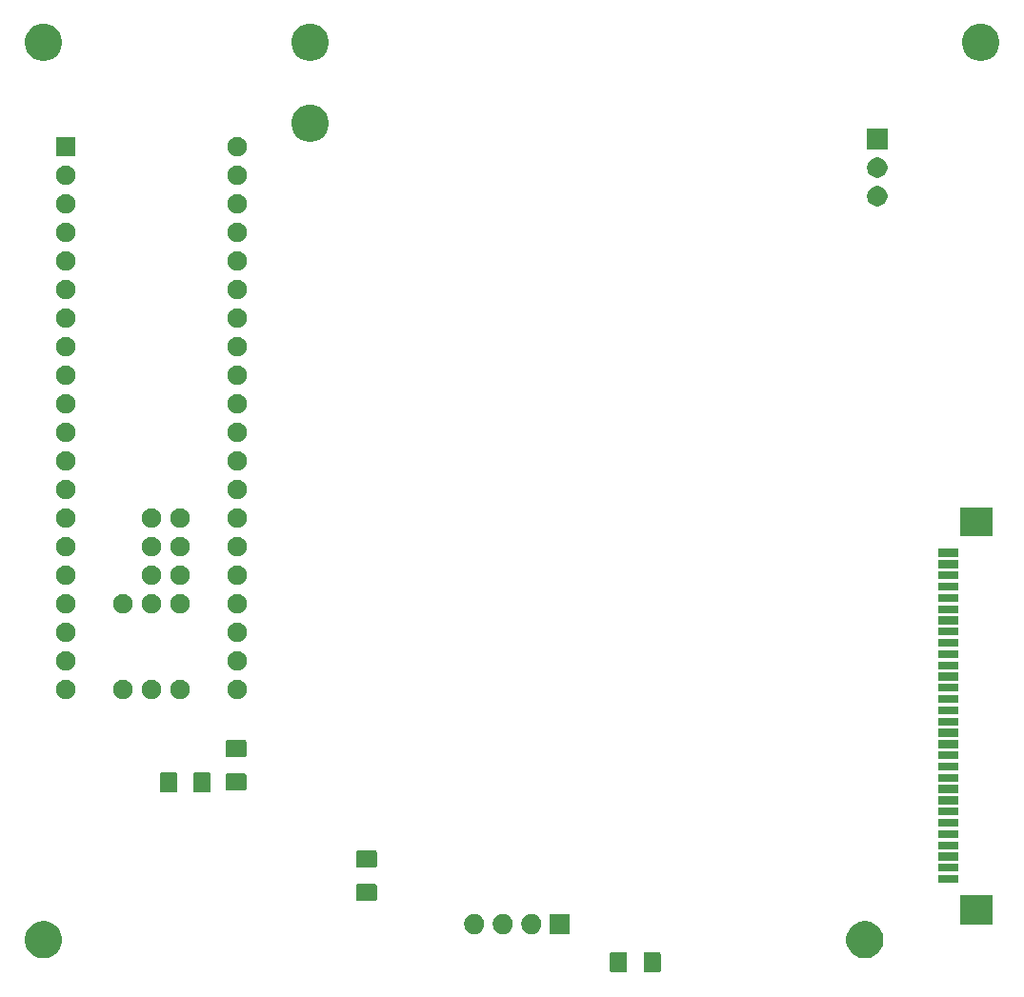
<source format=gbr>
G04 #@! TF.GenerationSoftware,KiCad,Pcbnew,(5.1.5)-3*
G04 #@! TF.CreationDate,2020-05-26T01:54:40-08:00*
G04 #@! TF.ProjectId,board,626f6172-642e-46b6-9963-61645f706362,rev?*
G04 #@! TF.SameCoordinates,Original*
G04 #@! TF.FileFunction,Soldermask,Top*
G04 #@! TF.FilePolarity,Negative*
%FSLAX46Y46*%
G04 Gerber Fmt 4.6, Leading zero omitted, Abs format (unit mm)*
G04 Created by KiCad (PCBNEW (5.1.5)-3) date 2020-05-26 01:54:40*
%MOMM*%
%LPD*%
G04 APERTURE LIST*
%ADD10C,0.100000*%
G04 APERTURE END LIST*
D10*
G36*
X172900562Y-137678181D02*
G01*
X172935481Y-137688774D01*
X172967663Y-137705976D01*
X172995873Y-137729127D01*
X173019024Y-137757337D01*
X173036226Y-137789519D01*
X173046819Y-137824438D01*
X173051000Y-137866895D01*
X173051000Y-139333105D01*
X173046819Y-139375562D01*
X173036226Y-139410481D01*
X173019024Y-139442663D01*
X172995873Y-139470873D01*
X172967663Y-139494024D01*
X172935481Y-139511226D01*
X172900562Y-139521819D01*
X172858105Y-139526000D01*
X171716895Y-139526000D01*
X171674438Y-139521819D01*
X171639519Y-139511226D01*
X171607337Y-139494024D01*
X171579127Y-139470873D01*
X171555976Y-139442663D01*
X171538774Y-139410481D01*
X171528181Y-139375562D01*
X171524000Y-139333105D01*
X171524000Y-137866895D01*
X171528181Y-137824438D01*
X171538774Y-137789519D01*
X171555976Y-137757337D01*
X171579127Y-137729127D01*
X171607337Y-137705976D01*
X171639519Y-137688774D01*
X171674438Y-137678181D01*
X171716895Y-137674000D01*
X172858105Y-137674000D01*
X172900562Y-137678181D01*
G37*
G36*
X169925562Y-137678181D02*
G01*
X169960481Y-137688774D01*
X169992663Y-137705976D01*
X170020873Y-137729127D01*
X170044024Y-137757337D01*
X170061226Y-137789519D01*
X170071819Y-137824438D01*
X170076000Y-137866895D01*
X170076000Y-139333105D01*
X170071819Y-139375562D01*
X170061226Y-139410481D01*
X170044024Y-139442663D01*
X170020873Y-139470873D01*
X169992663Y-139494024D01*
X169960481Y-139511226D01*
X169925562Y-139521819D01*
X169883105Y-139526000D01*
X168741895Y-139526000D01*
X168699438Y-139521819D01*
X168664519Y-139511226D01*
X168632337Y-139494024D01*
X168604127Y-139470873D01*
X168580976Y-139442663D01*
X168563774Y-139410481D01*
X168553181Y-139375562D01*
X168549000Y-139333105D01*
X168549000Y-137866895D01*
X168553181Y-137824438D01*
X168563774Y-137789519D01*
X168580976Y-137757337D01*
X168604127Y-137729127D01*
X168632337Y-137705976D01*
X168664519Y-137688774D01*
X168699438Y-137678181D01*
X168741895Y-137674000D01*
X169883105Y-137674000D01*
X169925562Y-137678181D01*
G37*
G36*
X118575256Y-134991298D02*
G01*
X118681579Y-135012447D01*
X118982042Y-135136903D01*
X119252451Y-135317585D01*
X119482415Y-135547549D01*
X119663097Y-135817958D01*
X119787553Y-136118421D01*
X119851000Y-136437391D01*
X119851000Y-136762609D01*
X119787553Y-137081579D01*
X119663097Y-137382042D01*
X119482415Y-137652451D01*
X119252451Y-137882415D01*
X118982042Y-138063097D01*
X118681579Y-138187553D01*
X118575256Y-138208702D01*
X118362611Y-138251000D01*
X118037389Y-138251000D01*
X117824744Y-138208702D01*
X117718421Y-138187553D01*
X117417958Y-138063097D01*
X117147549Y-137882415D01*
X116917585Y-137652451D01*
X116736903Y-137382042D01*
X116612447Y-137081579D01*
X116549000Y-136762609D01*
X116549000Y-136437391D01*
X116612447Y-136118421D01*
X116736903Y-135817958D01*
X116917585Y-135547549D01*
X117147549Y-135317585D01*
X117417958Y-135136903D01*
X117718421Y-135012447D01*
X117824744Y-134991298D01*
X118037389Y-134949000D01*
X118362611Y-134949000D01*
X118575256Y-134991298D01*
G37*
G36*
X191575256Y-134991298D02*
G01*
X191681579Y-135012447D01*
X191982042Y-135136903D01*
X192252451Y-135317585D01*
X192482415Y-135547549D01*
X192663097Y-135817958D01*
X192787553Y-136118421D01*
X192851000Y-136437391D01*
X192851000Y-136762609D01*
X192787553Y-137081579D01*
X192663097Y-137382042D01*
X192482415Y-137652451D01*
X192252451Y-137882415D01*
X191982042Y-138063097D01*
X191681579Y-138187553D01*
X191575256Y-138208702D01*
X191362611Y-138251000D01*
X191037389Y-138251000D01*
X190824744Y-138208702D01*
X190718421Y-138187553D01*
X190417958Y-138063097D01*
X190147549Y-137882415D01*
X189917585Y-137652451D01*
X189736903Y-137382042D01*
X189612447Y-137081579D01*
X189549000Y-136762609D01*
X189549000Y-136437391D01*
X189612447Y-136118421D01*
X189736903Y-135817958D01*
X189917585Y-135547549D01*
X190147549Y-135317585D01*
X190417958Y-135136903D01*
X190718421Y-135012447D01*
X190824744Y-134991298D01*
X191037389Y-134949000D01*
X191362611Y-134949000D01*
X191575256Y-134991298D01*
G37*
G36*
X161673512Y-134303927D02*
G01*
X161822812Y-134333624D01*
X161986784Y-134401544D01*
X162134354Y-134500147D01*
X162259853Y-134625646D01*
X162358456Y-134773216D01*
X162426376Y-134937188D01*
X162461000Y-135111259D01*
X162461000Y-135288741D01*
X162426376Y-135462812D01*
X162358456Y-135626784D01*
X162259853Y-135774354D01*
X162134354Y-135899853D01*
X161986784Y-135998456D01*
X161822812Y-136066376D01*
X161673512Y-136096073D01*
X161648742Y-136101000D01*
X161471258Y-136101000D01*
X161446488Y-136096073D01*
X161297188Y-136066376D01*
X161133216Y-135998456D01*
X160985646Y-135899853D01*
X160860147Y-135774354D01*
X160761544Y-135626784D01*
X160693624Y-135462812D01*
X160659000Y-135288741D01*
X160659000Y-135111259D01*
X160693624Y-134937188D01*
X160761544Y-134773216D01*
X160860147Y-134625646D01*
X160985646Y-134500147D01*
X161133216Y-134401544D01*
X161297188Y-134333624D01*
X161446488Y-134303927D01*
X161471258Y-134299000D01*
X161648742Y-134299000D01*
X161673512Y-134303927D01*
G37*
G36*
X165001000Y-136101000D02*
G01*
X163199000Y-136101000D01*
X163199000Y-134299000D01*
X165001000Y-134299000D01*
X165001000Y-136101000D01*
G37*
G36*
X159133512Y-134303927D02*
G01*
X159282812Y-134333624D01*
X159446784Y-134401544D01*
X159594354Y-134500147D01*
X159719853Y-134625646D01*
X159818456Y-134773216D01*
X159886376Y-134937188D01*
X159921000Y-135111259D01*
X159921000Y-135288741D01*
X159886376Y-135462812D01*
X159818456Y-135626784D01*
X159719853Y-135774354D01*
X159594354Y-135899853D01*
X159446784Y-135998456D01*
X159282812Y-136066376D01*
X159133512Y-136096073D01*
X159108742Y-136101000D01*
X158931258Y-136101000D01*
X158906488Y-136096073D01*
X158757188Y-136066376D01*
X158593216Y-135998456D01*
X158445646Y-135899853D01*
X158320147Y-135774354D01*
X158221544Y-135626784D01*
X158153624Y-135462812D01*
X158119000Y-135288741D01*
X158119000Y-135111259D01*
X158153624Y-134937188D01*
X158221544Y-134773216D01*
X158320147Y-134625646D01*
X158445646Y-134500147D01*
X158593216Y-134401544D01*
X158757188Y-134333624D01*
X158906488Y-134303927D01*
X158931258Y-134299000D01*
X159108742Y-134299000D01*
X159133512Y-134303927D01*
G37*
G36*
X156593512Y-134303927D02*
G01*
X156742812Y-134333624D01*
X156906784Y-134401544D01*
X157054354Y-134500147D01*
X157179853Y-134625646D01*
X157278456Y-134773216D01*
X157346376Y-134937188D01*
X157381000Y-135111259D01*
X157381000Y-135288741D01*
X157346376Y-135462812D01*
X157278456Y-135626784D01*
X157179853Y-135774354D01*
X157054354Y-135899853D01*
X156906784Y-135998456D01*
X156742812Y-136066376D01*
X156593512Y-136096073D01*
X156568742Y-136101000D01*
X156391258Y-136101000D01*
X156366488Y-136096073D01*
X156217188Y-136066376D01*
X156053216Y-135998456D01*
X155905646Y-135899853D01*
X155780147Y-135774354D01*
X155681544Y-135626784D01*
X155613624Y-135462812D01*
X155579000Y-135288741D01*
X155579000Y-135111259D01*
X155613624Y-134937188D01*
X155681544Y-134773216D01*
X155780147Y-134625646D01*
X155905646Y-134500147D01*
X156053216Y-134401544D01*
X156217188Y-134333624D01*
X156366488Y-134303927D01*
X156391258Y-134299000D01*
X156568742Y-134299000D01*
X156593512Y-134303927D01*
G37*
G36*
X202551000Y-135251000D02*
G01*
X199649000Y-135251000D01*
X199649000Y-132649000D01*
X202551000Y-132649000D01*
X202551000Y-135251000D01*
G37*
G36*
X147675562Y-131628181D02*
G01*
X147710481Y-131638774D01*
X147742663Y-131655976D01*
X147770873Y-131679127D01*
X147794024Y-131707337D01*
X147811226Y-131739519D01*
X147821819Y-131774438D01*
X147826000Y-131816895D01*
X147826000Y-132958105D01*
X147821819Y-133000562D01*
X147811226Y-133035481D01*
X147794024Y-133067663D01*
X147770873Y-133095873D01*
X147742663Y-133119024D01*
X147710481Y-133136226D01*
X147675562Y-133146819D01*
X147633105Y-133151000D01*
X146166895Y-133151000D01*
X146124438Y-133146819D01*
X146089519Y-133136226D01*
X146057337Y-133119024D01*
X146029127Y-133095873D01*
X146005976Y-133067663D01*
X145988774Y-133035481D01*
X145978181Y-133000562D01*
X145974000Y-132958105D01*
X145974000Y-131816895D01*
X145978181Y-131774438D01*
X145988774Y-131739519D01*
X146005976Y-131707337D01*
X146029127Y-131679127D01*
X146057337Y-131655976D01*
X146089519Y-131638774D01*
X146124438Y-131628181D01*
X146166895Y-131624000D01*
X147633105Y-131624000D01*
X147675562Y-131628181D01*
G37*
G36*
X199501000Y-131551000D02*
G01*
X197699000Y-131551000D01*
X197699000Y-130849000D01*
X199501000Y-130849000D01*
X199501000Y-131551000D01*
G37*
G36*
X199501000Y-130551000D02*
G01*
X197699000Y-130551000D01*
X197699000Y-129849000D01*
X199501000Y-129849000D01*
X199501000Y-130551000D01*
G37*
G36*
X147675562Y-128653181D02*
G01*
X147710481Y-128663774D01*
X147742663Y-128680976D01*
X147770873Y-128704127D01*
X147794024Y-128732337D01*
X147811226Y-128764519D01*
X147821819Y-128799438D01*
X147826000Y-128841895D01*
X147826000Y-129983105D01*
X147821819Y-130025562D01*
X147811226Y-130060481D01*
X147794024Y-130092663D01*
X147770873Y-130120873D01*
X147742663Y-130144024D01*
X147710481Y-130161226D01*
X147675562Y-130171819D01*
X147633105Y-130176000D01*
X146166895Y-130176000D01*
X146124438Y-130171819D01*
X146089519Y-130161226D01*
X146057337Y-130144024D01*
X146029127Y-130120873D01*
X146005976Y-130092663D01*
X145988774Y-130060481D01*
X145978181Y-130025562D01*
X145974000Y-129983105D01*
X145974000Y-128841895D01*
X145978181Y-128799438D01*
X145988774Y-128764519D01*
X146005976Y-128732337D01*
X146029127Y-128704127D01*
X146057337Y-128680976D01*
X146089519Y-128663774D01*
X146124438Y-128653181D01*
X146166895Y-128649000D01*
X147633105Y-128649000D01*
X147675562Y-128653181D01*
G37*
G36*
X199501000Y-129551000D02*
G01*
X197699000Y-129551000D01*
X197699000Y-128849000D01*
X199501000Y-128849000D01*
X199501000Y-129551000D01*
G37*
G36*
X199501000Y-128551000D02*
G01*
X197699000Y-128551000D01*
X197699000Y-127849000D01*
X199501000Y-127849000D01*
X199501000Y-128551000D01*
G37*
G36*
X199501000Y-127551000D02*
G01*
X197699000Y-127551000D01*
X197699000Y-126849000D01*
X199501000Y-126849000D01*
X199501000Y-127551000D01*
G37*
G36*
X199501000Y-126551000D02*
G01*
X197699000Y-126551000D01*
X197699000Y-125849000D01*
X199501000Y-125849000D01*
X199501000Y-126551000D01*
G37*
G36*
X199501000Y-125551000D02*
G01*
X197699000Y-125551000D01*
X197699000Y-124849000D01*
X199501000Y-124849000D01*
X199501000Y-125551000D01*
G37*
G36*
X199501000Y-124551000D02*
G01*
X197699000Y-124551000D01*
X197699000Y-123849000D01*
X199501000Y-123849000D01*
X199501000Y-124551000D01*
G37*
G36*
X199501000Y-123551000D02*
G01*
X197699000Y-123551000D01*
X197699000Y-122849000D01*
X199501000Y-122849000D01*
X199501000Y-123551000D01*
G37*
G36*
X132900562Y-121678181D02*
G01*
X132935481Y-121688774D01*
X132967663Y-121705976D01*
X132995873Y-121729127D01*
X133019024Y-121757337D01*
X133036226Y-121789519D01*
X133046819Y-121824438D01*
X133051000Y-121866895D01*
X133051000Y-123333105D01*
X133046819Y-123375562D01*
X133036226Y-123410481D01*
X133019024Y-123442663D01*
X132995873Y-123470873D01*
X132967663Y-123494024D01*
X132935481Y-123511226D01*
X132900562Y-123521819D01*
X132858105Y-123526000D01*
X131716895Y-123526000D01*
X131674438Y-123521819D01*
X131639519Y-123511226D01*
X131607337Y-123494024D01*
X131579127Y-123470873D01*
X131555976Y-123442663D01*
X131538774Y-123410481D01*
X131528181Y-123375562D01*
X131524000Y-123333105D01*
X131524000Y-121866895D01*
X131528181Y-121824438D01*
X131538774Y-121789519D01*
X131555976Y-121757337D01*
X131579127Y-121729127D01*
X131607337Y-121705976D01*
X131639519Y-121688774D01*
X131674438Y-121678181D01*
X131716895Y-121674000D01*
X132858105Y-121674000D01*
X132900562Y-121678181D01*
G37*
G36*
X129925562Y-121678181D02*
G01*
X129960481Y-121688774D01*
X129992663Y-121705976D01*
X130020873Y-121729127D01*
X130044024Y-121757337D01*
X130061226Y-121789519D01*
X130071819Y-121824438D01*
X130076000Y-121866895D01*
X130076000Y-123333105D01*
X130071819Y-123375562D01*
X130061226Y-123410481D01*
X130044024Y-123442663D01*
X130020873Y-123470873D01*
X129992663Y-123494024D01*
X129960481Y-123511226D01*
X129925562Y-123521819D01*
X129883105Y-123526000D01*
X128741895Y-123526000D01*
X128699438Y-123521819D01*
X128664519Y-123511226D01*
X128632337Y-123494024D01*
X128604127Y-123470873D01*
X128580976Y-123442663D01*
X128563774Y-123410481D01*
X128553181Y-123375562D01*
X128549000Y-123333105D01*
X128549000Y-121866895D01*
X128553181Y-121824438D01*
X128563774Y-121789519D01*
X128580976Y-121757337D01*
X128604127Y-121729127D01*
X128632337Y-121705976D01*
X128664519Y-121688774D01*
X128699438Y-121678181D01*
X128741895Y-121674000D01*
X129883105Y-121674000D01*
X129925562Y-121678181D01*
G37*
G36*
X136075562Y-121815681D02*
G01*
X136110481Y-121826274D01*
X136142663Y-121843476D01*
X136170873Y-121866627D01*
X136194024Y-121894837D01*
X136211226Y-121927019D01*
X136221819Y-121961938D01*
X136226000Y-122004395D01*
X136226000Y-123145605D01*
X136221819Y-123188062D01*
X136211226Y-123222981D01*
X136194024Y-123255163D01*
X136170873Y-123283373D01*
X136142663Y-123306524D01*
X136110481Y-123323726D01*
X136075562Y-123334319D01*
X136033105Y-123338500D01*
X134566895Y-123338500D01*
X134524438Y-123334319D01*
X134489519Y-123323726D01*
X134457337Y-123306524D01*
X134429127Y-123283373D01*
X134405976Y-123255163D01*
X134388774Y-123222981D01*
X134378181Y-123188062D01*
X134374000Y-123145605D01*
X134374000Y-122004395D01*
X134378181Y-121961938D01*
X134388774Y-121927019D01*
X134405976Y-121894837D01*
X134429127Y-121866627D01*
X134457337Y-121843476D01*
X134489519Y-121826274D01*
X134524438Y-121815681D01*
X134566895Y-121811500D01*
X136033105Y-121811500D01*
X136075562Y-121815681D01*
G37*
G36*
X199501000Y-122551000D02*
G01*
X197699000Y-122551000D01*
X197699000Y-121849000D01*
X199501000Y-121849000D01*
X199501000Y-122551000D01*
G37*
G36*
X199501000Y-121551000D02*
G01*
X197699000Y-121551000D01*
X197699000Y-120849000D01*
X199501000Y-120849000D01*
X199501000Y-121551000D01*
G37*
G36*
X199501000Y-120551000D02*
G01*
X197699000Y-120551000D01*
X197699000Y-119849000D01*
X199501000Y-119849000D01*
X199501000Y-120551000D01*
G37*
G36*
X136075562Y-118840681D02*
G01*
X136110481Y-118851274D01*
X136142663Y-118868476D01*
X136170873Y-118891627D01*
X136194024Y-118919837D01*
X136211226Y-118952019D01*
X136221819Y-118986938D01*
X136226000Y-119029395D01*
X136226000Y-120170605D01*
X136221819Y-120213062D01*
X136211226Y-120247981D01*
X136194024Y-120280163D01*
X136170873Y-120308373D01*
X136142663Y-120331524D01*
X136110481Y-120348726D01*
X136075562Y-120359319D01*
X136033105Y-120363500D01*
X134566895Y-120363500D01*
X134524438Y-120359319D01*
X134489519Y-120348726D01*
X134457337Y-120331524D01*
X134429127Y-120308373D01*
X134405976Y-120280163D01*
X134388774Y-120247981D01*
X134378181Y-120213062D01*
X134374000Y-120170605D01*
X134374000Y-119029395D01*
X134378181Y-118986938D01*
X134388774Y-118952019D01*
X134405976Y-118919837D01*
X134429127Y-118891627D01*
X134457337Y-118868476D01*
X134489519Y-118851274D01*
X134524438Y-118840681D01*
X134566895Y-118836500D01*
X136033105Y-118836500D01*
X136075562Y-118840681D01*
G37*
G36*
X199501000Y-119551000D02*
G01*
X197699000Y-119551000D01*
X197699000Y-118849000D01*
X199501000Y-118849000D01*
X199501000Y-119551000D01*
G37*
G36*
X199501000Y-118551000D02*
G01*
X197699000Y-118551000D01*
X197699000Y-117849000D01*
X199501000Y-117849000D01*
X199501000Y-118551000D01*
G37*
G36*
X199501000Y-117551000D02*
G01*
X197699000Y-117551000D01*
X197699000Y-116849000D01*
X199501000Y-116849000D01*
X199501000Y-117551000D01*
G37*
G36*
X199501000Y-116551000D02*
G01*
X197699000Y-116551000D01*
X197699000Y-115849000D01*
X199501000Y-115849000D01*
X199501000Y-116551000D01*
G37*
G36*
X199501000Y-115551000D02*
G01*
X197699000Y-115551000D01*
X197699000Y-114849000D01*
X199501000Y-114849000D01*
X199501000Y-115551000D01*
G37*
G36*
X125508228Y-113511703D02*
G01*
X125663100Y-113575853D01*
X125802481Y-113668985D01*
X125921015Y-113787519D01*
X126014147Y-113926900D01*
X126078297Y-114081772D01*
X126111000Y-114246184D01*
X126111000Y-114413816D01*
X126078297Y-114578228D01*
X126014147Y-114733100D01*
X125921015Y-114872481D01*
X125802481Y-114991015D01*
X125663100Y-115084147D01*
X125508228Y-115148297D01*
X125343816Y-115181000D01*
X125176184Y-115181000D01*
X125011772Y-115148297D01*
X124856900Y-115084147D01*
X124717519Y-114991015D01*
X124598985Y-114872481D01*
X124505853Y-114733100D01*
X124441703Y-114578228D01*
X124409000Y-114413816D01*
X124409000Y-114246184D01*
X124441703Y-114081772D01*
X124505853Y-113926900D01*
X124598985Y-113787519D01*
X124717519Y-113668985D01*
X124856900Y-113575853D01*
X125011772Y-113511703D01*
X125176184Y-113479000D01*
X125343816Y-113479000D01*
X125508228Y-113511703D01*
G37*
G36*
X135668228Y-113511703D02*
G01*
X135823100Y-113575853D01*
X135962481Y-113668985D01*
X136081015Y-113787519D01*
X136174147Y-113926900D01*
X136238297Y-114081772D01*
X136271000Y-114246184D01*
X136271000Y-114413816D01*
X136238297Y-114578228D01*
X136174147Y-114733100D01*
X136081015Y-114872481D01*
X135962481Y-114991015D01*
X135823100Y-115084147D01*
X135668228Y-115148297D01*
X135503816Y-115181000D01*
X135336184Y-115181000D01*
X135171772Y-115148297D01*
X135016900Y-115084147D01*
X134877519Y-114991015D01*
X134758985Y-114872481D01*
X134665853Y-114733100D01*
X134601703Y-114578228D01*
X134569000Y-114413816D01*
X134569000Y-114246184D01*
X134601703Y-114081772D01*
X134665853Y-113926900D01*
X134758985Y-113787519D01*
X134877519Y-113668985D01*
X135016900Y-113575853D01*
X135171772Y-113511703D01*
X135336184Y-113479000D01*
X135503816Y-113479000D01*
X135668228Y-113511703D01*
G37*
G36*
X130588228Y-113511703D02*
G01*
X130743100Y-113575853D01*
X130882481Y-113668985D01*
X131001015Y-113787519D01*
X131094147Y-113926900D01*
X131158297Y-114081772D01*
X131191000Y-114246184D01*
X131191000Y-114413816D01*
X131158297Y-114578228D01*
X131094147Y-114733100D01*
X131001015Y-114872481D01*
X130882481Y-114991015D01*
X130743100Y-115084147D01*
X130588228Y-115148297D01*
X130423816Y-115181000D01*
X130256184Y-115181000D01*
X130091772Y-115148297D01*
X129936900Y-115084147D01*
X129797519Y-114991015D01*
X129678985Y-114872481D01*
X129585853Y-114733100D01*
X129521703Y-114578228D01*
X129489000Y-114413816D01*
X129489000Y-114246184D01*
X129521703Y-114081772D01*
X129585853Y-113926900D01*
X129678985Y-113787519D01*
X129797519Y-113668985D01*
X129936900Y-113575853D01*
X130091772Y-113511703D01*
X130256184Y-113479000D01*
X130423816Y-113479000D01*
X130588228Y-113511703D01*
G37*
G36*
X128048228Y-113511703D02*
G01*
X128203100Y-113575853D01*
X128342481Y-113668985D01*
X128461015Y-113787519D01*
X128554147Y-113926900D01*
X128618297Y-114081772D01*
X128651000Y-114246184D01*
X128651000Y-114413816D01*
X128618297Y-114578228D01*
X128554147Y-114733100D01*
X128461015Y-114872481D01*
X128342481Y-114991015D01*
X128203100Y-115084147D01*
X128048228Y-115148297D01*
X127883816Y-115181000D01*
X127716184Y-115181000D01*
X127551772Y-115148297D01*
X127396900Y-115084147D01*
X127257519Y-114991015D01*
X127138985Y-114872481D01*
X127045853Y-114733100D01*
X126981703Y-114578228D01*
X126949000Y-114413816D01*
X126949000Y-114246184D01*
X126981703Y-114081772D01*
X127045853Y-113926900D01*
X127138985Y-113787519D01*
X127257519Y-113668985D01*
X127396900Y-113575853D01*
X127551772Y-113511703D01*
X127716184Y-113479000D01*
X127883816Y-113479000D01*
X128048228Y-113511703D01*
G37*
G36*
X120428228Y-113511703D02*
G01*
X120583100Y-113575853D01*
X120722481Y-113668985D01*
X120841015Y-113787519D01*
X120934147Y-113926900D01*
X120998297Y-114081772D01*
X121031000Y-114246184D01*
X121031000Y-114413816D01*
X120998297Y-114578228D01*
X120934147Y-114733100D01*
X120841015Y-114872481D01*
X120722481Y-114991015D01*
X120583100Y-115084147D01*
X120428228Y-115148297D01*
X120263816Y-115181000D01*
X120096184Y-115181000D01*
X119931772Y-115148297D01*
X119776900Y-115084147D01*
X119637519Y-114991015D01*
X119518985Y-114872481D01*
X119425853Y-114733100D01*
X119361703Y-114578228D01*
X119329000Y-114413816D01*
X119329000Y-114246184D01*
X119361703Y-114081772D01*
X119425853Y-113926900D01*
X119518985Y-113787519D01*
X119637519Y-113668985D01*
X119776900Y-113575853D01*
X119931772Y-113511703D01*
X120096184Y-113479000D01*
X120263816Y-113479000D01*
X120428228Y-113511703D01*
G37*
G36*
X199501000Y-114551000D02*
G01*
X197699000Y-114551000D01*
X197699000Y-113849000D01*
X199501000Y-113849000D01*
X199501000Y-114551000D01*
G37*
G36*
X199501000Y-113551000D02*
G01*
X197699000Y-113551000D01*
X197699000Y-112849000D01*
X199501000Y-112849000D01*
X199501000Y-113551000D01*
G37*
G36*
X120428228Y-110971703D02*
G01*
X120583100Y-111035853D01*
X120722481Y-111128985D01*
X120841015Y-111247519D01*
X120934147Y-111386900D01*
X120998297Y-111541772D01*
X121031000Y-111706184D01*
X121031000Y-111873816D01*
X120998297Y-112038228D01*
X120934147Y-112193100D01*
X120841015Y-112332481D01*
X120722481Y-112451015D01*
X120583100Y-112544147D01*
X120428228Y-112608297D01*
X120263816Y-112641000D01*
X120096184Y-112641000D01*
X119931772Y-112608297D01*
X119776900Y-112544147D01*
X119637519Y-112451015D01*
X119518985Y-112332481D01*
X119425853Y-112193100D01*
X119361703Y-112038228D01*
X119329000Y-111873816D01*
X119329000Y-111706184D01*
X119361703Y-111541772D01*
X119425853Y-111386900D01*
X119518985Y-111247519D01*
X119637519Y-111128985D01*
X119776900Y-111035853D01*
X119931772Y-110971703D01*
X120096184Y-110939000D01*
X120263816Y-110939000D01*
X120428228Y-110971703D01*
G37*
G36*
X135668228Y-110971703D02*
G01*
X135823100Y-111035853D01*
X135962481Y-111128985D01*
X136081015Y-111247519D01*
X136174147Y-111386900D01*
X136238297Y-111541772D01*
X136271000Y-111706184D01*
X136271000Y-111873816D01*
X136238297Y-112038228D01*
X136174147Y-112193100D01*
X136081015Y-112332481D01*
X135962481Y-112451015D01*
X135823100Y-112544147D01*
X135668228Y-112608297D01*
X135503816Y-112641000D01*
X135336184Y-112641000D01*
X135171772Y-112608297D01*
X135016900Y-112544147D01*
X134877519Y-112451015D01*
X134758985Y-112332481D01*
X134665853Y-112193100D01*
X134601703Y-112038228D01*
X134569000Y-111873816D01*
X134569000Y-111706184D01*
X134601703Y-111541772D01*
X134665853Y-111386900D01*
X134758985Y-111247519D01*
X134877519Y-111128985D01*
X135016900Y-111035853D01*
X135171772Y-110971703D01*
X135336184Y-110939000D01*
X135503816Y-110939000D01*
X135668228Y-110971703D01*
G37*
G36*
X199501000Y-112551000D02*
G01*
X197699000Y-112551000D01*
X197699000Y-111849000D01*
X199501000Y-111849000D01*
X199501000Y-112551000D01*
G37*
G36*
X199501000Y-111551000D02*
G01*
X197699000Y-111551000D01*
X197699000Y-110849000D01*
X199501000Y-110849000D01*
X199501000Y-111551000D01*
G37*
G36*
X199501000Y-110551000D02*
G01*
X197699000Y-110551000D01*
X197699000Y-109849000D01*
X199501000Y-109849000D01*
X199501000Y-110551000D01*
G37*
G36*
X120428228Y-108431703D02*
G01*
X120583100Y-108495853D01*
X120722481Y-108588985D01*
X120841015Y-108707519D01*
X120934147Y-108846900D01*
X120998297Y-109001772D01*
X121031000Y-109166184D01*
X121031000Y-109333816D01*
X120998297Y-109498228D01*
X120934147Y-109653100D01*
X120841015Y-109792481D01*
X120722481Y-109911015D01*
X120583100Y-110004147D01*
X120428228Y-110068297D01*
X120263816Y-110101000D01*
X120096184Y-110101000D01*
X119931772Y-110068297D01*
X119776900Y-110004147D01*
X119637519Y-109911015D01*
X119518985Y-109792481D01*
X119425853Y-109653100D01*
X119361703Y-109498228D01*
X119329000Y-109333816D01*
X119329000Y-109166184D01*
X119361703Y-109001772D01*
X119425853Y-108846900D01*
X119518985Y-108707519D01*
X119637519Y-108588985D01*
X119776900Y-108495853D01*
X119931772Y-108431703D01*
X120096184Y-108399000D01*
X120263816Y-108399000D01*
X120428228Y-108431703D01*
G37*
G36*
X135668228Y-108431703D02*
G01*
X135823100Y-108495853D01*
X135962481Y-108588985D01*
X136081015Y-108707519D01*
X136174147Y-108846900D01*
X136238297Y-109001772D01*
X136271000Y-109166184D01*
X136271000Y-109333816D01*
X136238297Y-109498228D01*
X136174147Y-109653100D01*
X136081015Y-109792481D01*
X135962481Y-109911015D01*
X135823100Y-110004147D01*
X135668228Y-110068297D01*
X135503816Y-110101000D01*
X135336184Y-110101000D01*
X135171772Y-110068297D01*
X135016900Y-110004147D01*
X134877519Y-109911015D01*
X134758985Y-109792481D01*
X134665853Y-109653100D01*
X134601703Y-109498228D01*
X134569000Y-109333816D01*
X134569000Y-109166184D01*
X134601703Y-109001772D01*
X134665853Y-108846900D01*
X134758985Y-108707519D01*
X134877519Y-108588985D01*
X135016900Y-108495853D01*
X135171772Y-108431703D01*
X135336184Y-108399000D01*
X135503816Y-108399000D01*
X135668228Y-108431703D01*
G37*
G36*
X199501000Y-109551000D02*
G01*
X197699000Y-109551000D01*
X197699000Y-108849000D01*
X199501000Y-108849000D01*
X199501000Y-109551000D01*
G37*
G36*
X199501000Y-108551000D02*
G01*
X197699000Y-108551000D01*
X197699000Y-107849000D01*
X199501000Y-107849000D01*
X199501000Y-108551000D01*
G37*
G36*
X128048228Y-105891703D02*
G01*
X128203100Y-105955853D01*
X128342481Y-106048985D01*
X128461015Y-106167519D01*
X128554147Y-106306900D01*
X128618297Y-106461772D01*
X128651000Y-106626184D01*
X128651000Y-106793816D01*
X128618297Y-106958228D01*
X128554147Y-107113100D01*
X128461015Y-107252481D01*
X128342481Y-107371015D01*
X128203100Y-107464147D01*
X128048228Y-107528297D01*
X127883816Y-107561000D01*
X127716184Y-107561000D01*
X127551772Y-107528297D01*
X127396900Y-107464147D01*
X127257519Y-107371015D01*
X127138985Y-107252481D01*
X127045853Y-107113100D01*
X126981703Y-106958228D01*
X126949000Y-106793816D01*
X126949000Y-106626184D01*
X126981703Y-106461772D01*
X127045853Y-106306900D01*
X127138985Y-106167519D01*
X127257519Y-106048985D01*
X127396900Y-105955853D01*
X127551772Y-105891703D01*
X127716184Y-105859000D01*
X127883816Y-105859000D01*
X128048228Y-105891703D01*
G37*
G36*
X130588228Y-105891703D02*
G01*
X130743100Y-105955853D01*
X130882481Y-106048985D01*
X131001015Y-106167519D01*
X131094147Y-106306900D01*
X131158297Y-106461772D01*
X131191000Y-106626184D01*
X131191000Y-106793816D01*
X131158297Y-106958228D01*
X131094147Y-107113100D01*
X131001015Y-107252481D01*
X130882481Y-107371015D01*
X130743100Y-107464147D01*
X130588228Y-107528297D01*
X130423816Y-107561000D01*
X130256184Y-107561000D01*
X130091772Y-107528297D01*
X129936900Y-107464147D01*
X129797519Y-107371015D01*
X129678985Y-107252481D01*
X129585853Y-107113100D01*
X129521703Y-106958228D01*
X129489000Y-106793816D01*
X129489000Y-106626184D01*
X129521703Y-106461772D01*
X129585853Y-106306900D01*
X129678985Y-106167519D01*
X129797519Y-106048985D01*
X129936900Y-105955853D01*
X130091772Y-105891703D01*
X130256184Y-105859000D01*
X130423816Y-105859000D01*
X130588228Y-105891703D01*
G37*
G36*
X125508228Y-105891703D02*
G01*
X125663100Y-105955853D01*
X125802481Y-106048985D01*
X125921015Y-106167519D01*
X126014147Y-106306900D01*
X126078297Y-106461772D01*
X126111000Y-106626184D01*
X126111000Y-106793816D01*
X126078297Y-106958228D01*
X126014147Y-107113100D01*
X125921015Y-107252481D01*
X125802481Y-107371015D01*
X125663100Y-107464147D01*
X125508228Y-107528297D01*
X125343816Y-107561000D01*
X125176184Y-107561000D01*
X125011772Y-107528297D01*
X124856900Y-107464147D01*
X124717519Y-107371015D01*
X124598985Y-107252481D01*
X124505853Y-107113100D01*
X124441703Y-106958228D01*
X124409000Y-106793816D01*
X124409000Y-106626184D01*
X124441703Y-106461772D01*
X124505853Y-106306900D01*
X124598985Y-106167519D01*
X124717519Y-106048985D01*
X124856900Y-105955853D01*
X125011772Y-105891703D01*
X125176184Y-105859000D01*
X125343816Y-105859000D01*
X125508228Y-105891703D01*
G37*
G36*
X135668228Y-105891703D02*
G01*
X135823100Y-105955853D01*
X135962481Y-106048985D01*
X136081015Y-106167519D01*
X136174147Y-106306900D01*
X136238297Y-106461772D01*
X136271000Y-106626184D01*
X136271000Y-106793816D01*
X136238297Y-106958228D01*
X136174147Y-107113100D01*
X136081015Y-107252481D01*
X135962481Y-107371015D01*
X135823100Y-107464147D01*
X135668228Y-107528297D01*
X135503816Y-107561000D01*
X135336184Y-107561000D01*
X135171772Y-107528297D01*
X135016900Y-107464147D01*
X134877519Y-107371015D01*
X134758985Y-107252481D01*
X134665853Y-107113100D01*
X134601703Y-106958228D01*
X134569000Y-106793816D01*
X134569000Y-106626184D01*
X134601703Y-106461772D01*
X134665853Y-106306900D01*
X134758985Y-106167519D01*
X134877519Y-106048985D01*
X135016900Y-105955853D01*
X135171772Y-105891703D01*
X135336184Y-105859000D01*
X135503816Y-105859000D01*
X135668228Y-105891703D01*
G37*
G36*
X120428228Y-105891703D02*
G01*
X120583100Y-105955853D01*
X120722481Y-106048985D01*
X120841015Y-106167519D01*
X120934147Y-106306900D01*
X120998297Y-106461772D01*
X121031000Y-106626184D01*
X121031000Y-106793816D01*
X120998297Y-106958228D01*
X120934147Y-107113100D01*
X120841015Y-107252481D01*
X120722481Y-107371015D01*
X120583100Y-107464147D01*
X120428228Y-107528297D01*
X120263816Y-107561000D01*
X120096184Y-107561000D01*
X119931772Y-107528297D01*
X119776900Y-107464147D01*
X119637519Y-107371015D01*
X119518985Y-107252481D01*
X119425853Y-107113100D01*
X119361703Y-106958228D01*
X119329000Y-106793816D01*
X119329000Y-106626184D01*
X119361703Y-106461772D01*
X119425853Y-106306900D01*
X119518985Y-106167519D01*
X119637519Y-106048985D01*
X119776900Y-105955853D01*
X119931772Y-105891703D01*
X120096184Y-105859000D01*
X120263816Y-105859000D01*
X120428228Y-105891703D01*
G37*
G36*
X199501000Y-107551000D02*
G01*
X197699000Y-107551000D01*
X197699000Y-106849000D01*
X199501000Y-106849000D01*
X199501000Y-107551000D01*
G37*
G36*
X199501000Y-106551000D02*
G01*
X197699000Y-106551000D01*
X197699000Y-105849000D01*
X199501000Y-105849000D01*
X199501000Y-106551000D01*
G37*
G36*
X199501000Y-105551000D02*
G01*
X197699000Y-105551000D01*
X197699000Y-104849000D01*
X199501000Y-104849000D01*
X199501000Y-105551000D01*
G37*
G36*
X135668228Y-103351703D02*
G01*
X135823100Y-103415853D01*
X135962481Y-103508985D01*
X136081015Y-103627519D01*
X136174147Y-103766900D01*
X136238297Y-103921772D01*
X136271000Y-104086184D01*
X136271000Y-104253816D01*
X136238297Y-104418228D01*
X136174147Y-104573100D01*
X136081015Y-104712481D01*
X135962481Y-104831015D01*
X135823100Y-104924147D01*
X135668228Y-104988297D01*
X135503816Y-105021000D01*
X135336184Y-105021000D01*
X135171772Y-104988297D01*
X135016900Y-104924147D01*
X134877519Y-104831015D01*
X134758985Y-104712481D01*
X134665853Y-104573100D01*
X134601703Y-104418228D01*
X134569000Y-104253816D01*
X134569000Y-104086184D01*
X134601703Y-103921772D01*
X134665853Y-103766900D01*
X134758985Y-103627519D01*
X134877519Y-103508985D01*
X135016900Y-103415853D01*
X135171772Y-103351703D01*
X135336184Y-103319000D01*
X135503816Y-103319000D01*
X135668228Y-103351703D01*
G37*
G36*
X130588228Y-103351703D02*
G01*
X130743100Y-103415853D01*
X130882481Y-103508985D01*
X131001015Y-103627519D01*
X131094147Y-103766900D01*
X131158297Y-103921772D01*
X131191000Y-104086184D01*
X131191000Y-104253816D01*
X131158297Y-104418228D01*
X131094147Y-104573100D01*
X131001015Y-104712481D01*
X130882481Y-104831015D01*
X130743100Y-104924147D01*
X130588228Y-104988297D01*
X130423816Y-105021000D01*
X130256184Y-105021000D01*
X130091772Y-104988297D01*
X129936900Y-104924147D01*
X129797519Y-104831015D01*
X129678985Y-104712481D01*
X129585853Y-104573100D01*
X129521703Y-104418228D01*
X129489000Y-104253816D01*
X129489000Y-104086184D01*
X129521703Y-103921772D01*
X129585853Y-103766900D01*
X129678985Y-103627519D01*
X129797519Y-103508985D01*
X129936900Y-103415853D01*
X130091772Y-103351703D01*
X130256184Y-103319000D01*
X130423816Y-103319000D01*
X130588228Y-103351703D01*
G37*
G36*
X128048228Y-103351703D02*
G01*
X128203100Y-103415853D01*
X128342481Y-103508985D01*
X128461015Y-103627519D01*
X128554147Y-103766900D01*
X128618297Y-103921772D01*
X128651000Y-104086184D01*
X128651000Y-104253816D01*
X128618297Y-104418228D01*
X128554147Y-104573100D01*
X128461015Y-104712481D01*
X128342481Y-104831015D01*
X128203100Y-104924147D01*
X128048228Y-104988297D01*
X127883816Y-105021000D01*
X127716184Y-105021000D01*
X127551772Y-104988297D01*
X127396900Y-104924147D01*
X127257519Y-104831015D01*
X127138985Y-104712481D01*
X127045853Y-104573100D01*
X126981703Y-104418228D01*
X126949000Y-104253816D01*
X126949000Y-104086184D01*
X126981703Y-103921772D01*
X127045853Y-103766900D01*
X127138985Y-103627519D01*
X127257519Y-103508985D01*
X127396900Y-103415853D01*
X127551772Y-103351703D01*
X127716184Y-103319000D01*
X127883816Y-103319000D01*
X128048228Y-103351703D01*
G37*
G36*
X120428228Y-103351703D02*
G01*
X120583100Y-103415853D01*
X120722481Y-103508985D01*
X120841015Y-103627519D01*
X120934147Y-103766900D01*
X120998297Y-103921772D01*
X121031000Y-104086184D01*
X121031000Y-104253816D01*
X120998297Y-104418228D01*
X120934147Y-104573100D01*
X120841015Y-104712481D01*
X120722481Y-104831015D01*
X120583100Y-104924147D01*
X120428228Y-104988297D01*
X120263816Y-105021000D01*
X120096184Y-105021000D01*
X119931772Y-104988297D01*
X119776900Y-104924147D01*
X119637519Y-104831015D01*
X119518985Y-104712481D01*
X119425853Y-104573100D01*
X119361703Y-104418228D01*
X119329000Y-104253816D01*
X119329000Y-104086184D01*
X119361703Y-103921772D01*
X119425853Y-103766900D01*
X119518985Y-103627519D01*
X119637519Y-103508985D01*
X119776900Y-103415853D01*
X119931772Y-103351703D01*
X120096184Y-103319000D01*
X120263816Y-103319000D01*
X120428228Y-103351703D01*
G37*
G36*
X199501000Y-104551000D02*
G01*
X197699000Y-104551000D01*
X197699000Y-103849000D01*
X199501000Y-103849000D01*
X199501000Y-104551000D01*
G37*
G36*
X199501000Y-103551000D02*
G01*
X197699000Y-103551000D01*
X197699000Y-102849000D01*
X199501000Y-102849000D01*
X199501000Y-103551000D01*
G37*
G36*
X199501000Y-102551000D02*
G01*
X197699000Y-102551000D01*
X197699000Y-101849000D01*
X199501000Y-101849000D01*
X199501000Y-102551000D01*
G37*
G36*
X128048228Y-100811703D02*
G01*
X128203100Y-100875853D01*
X128342481Y-100968985D01*
X128461015Y-101087519D01*
X128554147Y-101226900D01*
X128618297Y-101381772D01*
X128651000Y-101546184D01*
X128651000Y-101713816D01*
X128618297Y-101878228D01*
X128554147Y-102033100D01*
X128461015Y-102172481D01*
X128342481Y-102291015D01*
X128203100Y-102384147D01*
X128048228Y-102448297D01*
X127883816Y-102481000D01*
X127716184Y-102481000D01*
X127551772Y-102448297D01*
X127396900Y-102384147D01*
X127257519Y-102291015D01*
X127138985Y-102172481D01*
X127045853Y-102033100D01*
X126981703Y-101878228D01*
X126949000Y-101713816D01*
X126949000Y-101546184D01*
X126981703Y-101381772D01*
X127045853Y-101226900D01*
X127138985Y-101087519D01*
X127257519Y-100968985D01*
X127396900Y-100875853D01*
X127551772Y-100811703D01*
X127716184Y-100779000D01*
X127883816Y-100779000D01*
X128048228Y-100811703D01*
G37*
G36*
X130588228Y-100811703D02*
G01*
X130743100Y-100875853D01*
X130882481Y-100968985D01*
X131001015Y-101087519D01*
X131094147Y-101226900D01*
X131158297Y-101381772D01*
X131191000Y-101546184D01*
X131191000Y-101713816D01*
X131158297Y-101878228D01*
X131094147Y-102033100D01*
X131001015Y-102172481D01*
X130882481Y-102291015D01*
X130743100Y-102384147D01*
X130588228Y-102448297D01*
X130423816Y-102481000D01*
X130256184Y-102481000D01*
X130091772Y-102448297D01*
X129936900Y-102384147D01*
X129797519Y-102291015D01*
X129678985Y-102172481D01*
X129585853Y-102033100D01*
X129521703Y-101878228D01*
X129489000Y-101713816D01*
X129489000Y-101546184D01*
X129521703Y-101381772D01*
X129585853Y-101226900D01*
X129678985Y-101087519D01*
X129797519Y-100968985D01*
X129936900Y-100875853D01*
X130091772Y-100811703D01*
X130256184Y-100779000D01*
X130423816Y-100779000D01*
X130588228Y-100811703D01*
G37*
G36*
X120428228Y-100811703D02*
G01*
X120583100Y-100875853D01*
X120722481Y-100968985D01*
X120841015Y-101087519D01*
X120934147Y-101226900D01*
X120998297Y-101381772D01*
X121031000Y-101546184D01*
X121031000Y-101713816D01*
X120998297Y-101878228D01*
X120934147Y-102033100D01*
X120841015Y-102172481D01*
X120722481Y-102291015D01*
X120583100Y-102384147D01*
X120428228Y-102448297D01*
X120263816Y-102481000D01*
X120096184Y-102481000D01*
X119931772Y-102448297D01*
X119776900Y-102384147D01*
X119637519Y-102291015D01*
X119518985Y-102172481D01*
X119425853Y-102033100D01*
X119361703Y-101878228D01*
X119329000Y-101713816D01*
X119329000Y-101546184D01*
X119361703Y-101381772D01*
X119425853Y-101226900D01*
X119518985Y-101087519D01*
X119637519Y-100968985D01*
X119776900Y-100875853D01*
X119931772Y-100811703D01*
X120096184Y-100779000D01*
X120263816Y-100779000D01*
X120428228Y-100811703D01*
G37*
G36*
X135668228Y-100811703D02*
G01*
X135823100Y-100875853D01*
X135962481Y-100968985D01*
X136081015Y-101087519D01*
X136174147Y-101226900D01*
X136238297Y-101381772D01*
X136271000Y-101546184D01*
X136271000Y-101713816D01*
X136238297Y-101878228D01*
X136174147Y-102033100D01*
X136081015Y-102172481D01*
X135962481Y-102291015D01*
X135823100Y-102384147D01*
X135668228Y-102448297D01*
X135503816Y-102481000D01*
X135336184Y-102481000D01*
X135171772Y-102448297D01*
X135016900Y-102384147D01*
X134877519Y-102291015D01*
X134758985Y-102172481D01*
X134665853Y-102033100D01*
X134601703Y-101878228D01*
X134569000Y-101713816D01*
X134569000Y-101546184D01*
X134601703Y-101381772D01*
X134665853Y-101226900D01*
X134758985Y-101087519D01*
X134877519Y-100968985D01*
X135016900Y-100875853D01*
X135171772Y-100811703D01*
X135336184Y-100779000D01*
X135503816Y-100779000D01*
X135668228Y-100811703D01*
G37*
G36*
X202551000Y-100751000D02*
G01*
X199649000Y-100751000D01*
X199649000Y-98149000D01*
X202551000Y-98149000D01*
X202551000Y-100751000D01*
G37*
G36*
X128048228Y-98271703D02*
G01*
X128203100Y-98335853D01*
X128342481Y-98428985D01*
X128461015Y-98547519D01*
X128554147Y-98686900D01*
X128618297Y-98841772D01*
X128651000Y-99006184D01*
X128651000Y-99173816D01*
X128618297Y-99338228D01*
X128554147Y-99493100D01*
X128461015Y-99632481D01*
X128342481Y-99751015D01*
X128203100Y-99844147D01*
X128048228Y-99908297D01*
X127883816Y-99941000D01*
X127716184Y-99941000D01*
X127551772Y-99908297D01*
X127396900Y-99844147D01*
X127257519Y-99751015D01*
X127138985Y-99632481D01*
X127045853Y-99493100D01*
X126981703Y-99338228D01*
X126949000Y-99173816D01*
X126949000Y-99006184D01*
X126981703Y-98841772D01*
X127045853Y-98686900D01*
X127138985Y-98547519D01*
X127257519Y-98428985D01*
X127396900Y-98335853D01*
X127551772Y-98271703D01*
X127716184Y-98239000D01*
X127883816Y-98239000D01*
X128048228Y-98271703D01*
G37*
G36*
X135668228Y-98271703D02*
G01*
X135823100Y-98335853D01*
X135962481Y-98428985D01*
X136081015Y-98547519D01*
X136174147Y-98686900D01*
X136238297Y-98841772D01*
X136271000Y-99006184D01*
X136271000Y-99173816D01*
X136238297Y-99338228D01*
X136174147Y-99493100D01*
X136081015Y-99632481D01*
X135962481Y-99751015D01*
X135823100Y-99844147D01*
X135668228Y-99908297D01*
X135503816Y-99941000D01*
X135336184Y-99941000D01*
X135171772Y-99908297D01*
X135016900Y-99844147D01*
X134877519Y-99751015D01*
X134758985Y-99632481D01*
X134665853Y-99493100D01*
X134601703Y-99338228D01*
X134569000Y-99173816D01*
X134569000Y-99006184D01*
X134601703Y-98841772D01*
X134665853Y-98686900D01*
X134758985Y-98547519D01*
X134877519Y-98428985D01*
X135016900Y-98335853D01*
X135171772Y-98271703D01*
X135336184Y-98239000D01*
X135503816Y-98239000D01*
X135668228Y-98271703D01*
G37*
G36*
X130588228Y-98271703D02*
G01*
X130743100Y-98335853D01*
X130882481Y-98428985D01*
X131001015Y-98547519D01*
X131094147Y-98686900D01*
X131158297Y-98841772D01*
X131191000Y-99006184D01*
X131191000Y-99173816D01*
X131158297Y-99338228D01*
X131094147Y-99493100D01*
X131001015Y-99632481D01*
X130882481Y-99751015D01*
X130743100Y-99844147D01*
X130588228Y-99908297D01*
X130423816Y-99941000D01*
X130256184Y-99941000D01*
X130091772Y-99908297D01*
X129936900Y-99844147D01*
X129797519Y-99751015D01*
X129678985Y-99632481D01*
X129585853Y-99493100D01*
X129521703Y-99338228D01*
X129489000Y-99173816D01*
X129489000Y-99006184D01*
X129521703Y-98841772D01*
X129585853Y-98686900D01*
X129678985Y-98547519D01*
X129797519Y-98428985D01*
X129936900Y-98335853D01*
X130091772Y-98271703D01*
X130256184Y-98239000D01*
X130423816Y-98239000D01*
X130588228Y-98271703D01*
G37*
G36*
X120428228Y-98271703D02*
G01*
X120583100Y-98335853D01*
X120722481Y-98428985D01*
X120841015Y-98547519D01*
X120934147Y-98686900D01*
X120998297Y-98841772D01*
X121031000Y-99006184D01*
X121031000Y-99173816D01*
X120998297Y-99338228D01*
X120934147Y-99493100D01*
X120841015Y-99632481D01*
X120722481Y-99751015D01*
X120583100Y-99844147D01*
X120428228Y-99908297D01*
X120263816Y-99941000D01*
X120096184Y-99941000D01*
X119931772Y-99908297D01*
X119776900Y-99844147D01*
X119637519Y-99751015D01*
X119518985Y-99632481D01*
X119425853Y-99493100D01*
X119361703Y-99338228D01*
X119329000Y-99173816D01*
X119329000Y-99006184D01*
X119361703Y-98841772D01*
X119425853Y-98686900D01*
X119518985Y-98547519D01*
X119637519Y-98428985D01*
X119776900Y-98335853D01*
X119931772Y-98271703D01*
X120096184Y-98239000D01*
X120263816Y-98239000D01*
X120428228Y-98271703D01*
G37*
G36*
X135668228Y-95731703D02*
G01*
X135823100Y-95795853D01*
X135962481Y-95888985D01*
X136081015Y-96007519D01*
X136174147Y-96146900D01*
X136238297Y-96301772D01*
X136271000Y-96466184D01*
X136271000Y-96633816D01*
X136238297Y-96798228D01*
X136174147Y-96953100D01*
X136081015Y-97092481D01*
X135962481Y-97211015D01*
X135823100Y-97304147D01*
X135668228Y-97368297D01*
X135503816Y-97401000D01*
X135336184Y-97401000D01*
X135171772Y-97368297D01*
X135016900Y-97304147D01*
X134877519Y-97211015D01*
X134758985Y-97092481D01*
X134665853Y-96953100D01*
X134601703Y-96798228D01*
X134569000Y-96633816D01*
X134569000Y-96466184D01*
X134601703Y-96301772D01*
X134665853Y-96146900D01*
X134758985Y-96007519D01*
X134877519Y-95888985D01*
X135016900Y-95795853D01*
X135171772Y-95731703D01*
X135336184Y-95699000D01*
X135503816Y-95699000D01*
X135668228Y-95731703D01*
G37*
G36*
X120428228Y-95731703D02*
G01*
X120583100Y-95795853D01*
X120722481Y-95888985D01*
X120841015Y-96007519D01*
X120934147Y-96146900D01*
X120998297Y-96301772D01*
X121031000Y-96466184D01*
X121031000Y-96633816D01*
X120998297Y-96798228D01*
X120934147Y-96953100D01*
X120841015Y-97092481D01*
X120722481Y-97211015D01*
X120583100Y-97304147D01*
X120428228Y-97368297D01*
X120263816Y-97401000D01*
X120096184Y-97401000D01*
X119931772Y-97368297D01*
X119776900Y-97304147D01*
X119637519Y-97211015D01*
X119518985Y-97092481D01*
X119425853Y-96953100D01*
X119361703Y-96798228D01*
X119329000Y-96633816D01*
X119329000Y-96466184D01*
X119361703Y-96301772D01*
X119425853Y-96146900D01*
X119518985Y-96007519D01*
X119637519Y-95888985D01*
X119776900Y-95795853D01*
X119931772Y-95731703D01*
X120096184Y-95699000D01*
X120263816Y-95699000D01*
X120428228Y-95731703D01*
G37*
G36*
X135668228Y-93191703D02*
G01*
X135823100Y-93255853D01*
X135962481Y-93348985D01*
X136081015Y-93467519D01*
X136174147Y-93606900D01*
X136238297Y-93761772D01*
X136271000Y-93926184D01*
X136271000Y-94093816D01*
X136238297Y-94258228D01*
X136174147Y-94413100D01*
X136081015Y-94552481D01*
X135962481Y-94671015D01*
X135823100Y-94764147D01*
X135668228Y-94828297D01*
X135503816Y-94861000D01*
X135336184Y-94861000D01*
X135171772Y-94828297D01*
X135016900Y-94764147D01*
X134877519Y-94671015D01*
X134758985Y-94552481D01*
X134665853Y-94413100D01*
X134601703Y-94258228D01*
X134569000Y-94093816D01*
X134569000Y-93926184D01*
X134601703Y-93761772D01*
X134665853Y-93606900D01*
X134758985Y-93467519D01*
X134877519Y-93348985D01*
X135016900Y-93255853D01*
X135171772Y-93191703D01*
X135336184Y-93159000D01*
X135503816Y-93159000D01*
X135668228Y-93191703D01*
G37*
G36*
X120428228Y-93191703D02*
G01*
X120583100Y-93255853D01*
X120722481Y-93348985D01*
X120841015Y-93467519D01*
X120934147Y-93606900D01*
X120998297Y-93761772D01*
X121031000Y-93926184D01*
X121031000Y-94093816D01*
X120998297Y-94258228D01*
X120934147Y-94413100D01*
X120841015Y-94552481D01*
X120722481Y-94671015D01*
X120583100Y-94764147D01*
X120428228Y-94828297D01*
X120263816Y-94861000D01*
X120096184Y-94861000D01*
X119931772Y-94828297D01*
X119776900Y-94764147D01*
X119637519Y-94671015D01*
X119518985Y-94552481D01*
X119425853Y-94413100D01*
X119361703Y-94258228D01*
X119329000Y-94093816D01*
X119329000Y-93926184D01*
X119361703Y-93761772D01*
X119425853Y-93606900D01*
X119518985Y-93467519D01*
X119637519Y-93348985D01*
X119776900Y-93255853D01*
X119931772Y-93191703D01*
X120096184Y-93159000D01*
X120263816Y-93159000D01*
X120428228Y-93191703D01*
G37*
G36*
X135668228Y-90651703D02*
G01*
X135823100Y-90715853D01*
X135962481Y-90808985D01*
X136081015Y-90927519D01*
X136174147Y-91066900D01*
X136238297Y-91221772D01*
X136271000Y-91386184D01*
X136271000Y-91553816D01*
X136238297Y-91718228D01*
X136174147Y-91873100D01*
X136081015Y-92012481D01*
X135962481Y-92131015D01*
X135823100Y-92224147D01*
X135668228Y-92288297D01*
X135503816Y-92321000D01*
X135336184Y-92321000D01*
X135171772Y-92288297D01*
X135016900Y-92224147D01*
X134877519Y-92131015D01*
X134758985Y-92012481D01*
X134665853Y-91873100D01*
X134601703Y-91718228D01*
X134569000Y-91553816D01*
X134569000Y-91386184D01*
X134601703Y-91221772D01*
X134665853Y-91066900D01*
X134758985Y-90927519D01*
X134877519Y-90808985D01*
X135016900Y-90715853D01*
X135171772Y-90651703D01*
X135336184Y-90619000D01*
X135503816Y-90619000D01*
X135668228Y-90651703D01*
G37*
G36*
X120428228Y-90651703D02*
G01*
X120583100Y-90715853D01*
X120722481Y-90808985D01*
X120841015Y-90927519D01*
X120934147Y-91066900D01*
X120998297Y-91221772D01*
X121031000Y-91386184D01*
X121031000Y-91553816D01*
X120998297Y-91718228D01*
X120934147Y-91873100D01*
X120841015Y-92012481D01*
X120722481Y-92131015D01*
X120583100Y-92224147D01*
X120428228Y-92288297D01*
X120263816Y-92321000D01*
X120096184Y-92321000D01*
X119931772Y-92288297D01*
X119776900Y-92224147D01*
X119637519Y-92131015D01*
X119518985Y-92012481D01*
X119425853Y-91873100D01*
X119361703Y-91718228D01*
X119329000Y-91553816D01*
X119329000Y-91386184D01*
X119361703Y-91221772D01*
X119425853Y-91066900D01*
X119518985Y-90927519D01*
X119637519Y-90808985D01*
X119776900Y-90715853D01*
X119931772Y-90651703D01*
X120096184Y-90619000D01*
X120263816Y-90619000D01*
X120428228Y-90651703D01*
G37*
G36*
X135668228Y-88111703D02*
G01*
X135823100Y-88175853D01*
X135962481Y-88268985D01*
X136081015Y-88387519D01*
X136174147Y-88526900D01*
X136238297Y-88681772D01*
X136271000Y-88846184D01*
X136271000Y-89013816D01*
X136238297Y-89178228D01*
X136174147Y-89333100D01*
X136081015Y-89472481D01*
X135962481Y-89591015D01*
X135823100Y-89684147D01*
X135668228Y-89748297D01*
X135503816Y-89781000D01*
X135336184Y-89781000D01*
X135171772Y-89748297D01*
X135016900Y-89684147D01*
X134877519Y-89591015D01*
X134758985Y-89472481D01*
X134665853Y-89333100D01*
X134601703Y-89178228D01*
X134569000Y-89013816D01*
X134569000Y-88846184D01*
X134601703Y-88681772D01*
X134665853Y-88526900D01*
X134758985Y-88387519D01*
X134877519Y-88268985D01*
X135016900Y-88175853D01*
X135171772Y-88111703D01*
X135336184Y-88079000D01*
X135503816Y-88079000D01*
X135668228Y-88111703D01*
G37*
G36*
X120428228Y-88111703D02*
G01*
X120583100Y-88175853D01*
X120722481Y-88268985D01*
X120841015Y-88387519D01*
X120934147Y-88526900D01*
X120998297Y-88681772D01*
X121031000Y-88846184D01*
X121031000Y-89013816D01*
X120998297Y-89178228D01*
X120934147Y-89333100D01*
X120841015Y-89472481D01*
X120722481Y-89591015D01*
X120583100Y-89684147D01*
X120428228Y-89748297D01*
X120263816Y-89781000D01*
X120096184Y-89781000D01*
X119931772Y-89748297D01*
X119776900Y-89684147D01*
X119637519Y-89591015D01*
X119518985Y-89472481D01*
X119425853Y-89333100D01*
X119361703Y-89178228D01*
X119329000Y-89013816D01*
X119329000Y-88846184D01*
X119361703Y-88681772D01*
X119425853Y-88526900D01*
X119518985Y-88387519D01*
X119637519Y-88268985D01*
X119776900Y-88175853D01*
X119931772Y-88111703D01*
X120096184Y-88079000D01*
X120263816Y-88079000D01*
X120428228Y-88111703D01*
G37*
G36*
X135668228Y-85571703D02*
G01*
X135823100Y-85635853D01*
X135962481Y-85728985D01*
X136081015Y-85847519D01*
X136174147Y-85986900D01*
X136238297Y-86141772D01*
X136271000Y-86306184D01*
X136271000Y-86473816D01*
X136238297Y-86638228D01*
X136174147Y-86793100D01*
X136081015Y-86932481D01*
X135962481Y-87051015D01*
X135823100Y-87144147D01*
X135668228Y-87208297D01*
X135503816Y-87241000D01*
X135336184Y-87241000D01*
X135171772Y-87208297D01*
X135016900Y-87144147D01*
X134877519Y-87051015D01*
X134758985Y-86932481D01*
X134665853Y-86793100D01*
X134601703Y-86638228D01*
X134569000Y-86473816D01*
X134569000Y-86306184D01*
X134601703Y-86141772D01*
X134665853Y-85986900D01*
X134758985Y-85847519D01*
X134877519Y-85728985D01*
X135016900Y-85635853D01*
X135171772Y-85571703D01*
X135336184Y-85539000D01*
X135503816Y-85539000D01*
X135668228Y-85571703D01*
G37*
G36*
X120428228Y-85571703D02*
G01*
X120583100Y-85635853D01*
X120722481Y-85728985D01*
X120841015Y-85847519D01*
X120934147Y-85986900D01*
X120998297Y-86141772D01*
X121031000Y-86306184D01*
X121031000Y-86473816D01*
X120998297Y-86638228D01*
X120934147Y-86793100D01*
X120841015Y-86932481D01*
X120722481Y-87051015D01*
X120583100Y-87144147D01*
X120428228Y-87208297D01*
X120263816Y-87241000D01*
X120096184Y-87241000D01*
X119931772Y-87208297D01*
X119776900Y-87144147D01*
X119637519Y-87051015D01*
X119518985Y-86932481D01*
X119425853Y-86793100D01*
X119361703Y-86638228D01*
X119329000Y-86473816D01*
X119329000Y-86306184D01*
X119361703Y-86141772D01*
X119425853Y-85986900D01*
X119518985Y-85847519D01*
X119637519Y-85728985D01*
X119776900Y-85635853D01*
X119931772Y-85571703D01*
X120096184Y-85539000D01*
X120263816Y-85539000D01*
X120428228Y-85571703D01*
G37*
G36*
X120428228Y-83031703D02*
G01*
X120583100Y-83095853D01*
X120722481Y-83188985D01*
X120841015Y-83307519D01*
X120934147Y-83446900D01*
X120998297Y-83601772D01*
X121031000Y-83766184D01*
X121031000Y-83933816D01*
X120998297Y-84098228D01*
X120934147Y-84253100D01*
X120841015Y-84392481D01*
X120722481Y-84511015D01*
X120583100Y-84604147D01*
X120428228Y-84668297D01*
X120263816Y-84701000D01*
X120096184Y-84701000D01*
X119931772Y-84668297D01*
X119776900Y-84604147D01*
X119637519Y-84511015D01*
X119518985Y-84392481D01*
X119425853Y-84253100D01*
X119361703Y-84098228D01*
X119329000Y-83933816D01*
X119329000Y-83766184D01*
X119361703Y-83601772D01*
X119425853Y-83446900D01*
X119518985Y-83307519D01*
X119637519Y-83188985D01*
X119776900Y-83095853D01*
X119931772Y-83031703D01*
X120096184Y-82999000D01*
X120263816Y-82999000D01*
X120428228Y-83031703D01*
G37*
G36*
X135668228Y-83031703D02*
G01*
X135823100Y-83095853D01*
X135962481Y-83188985D01*
X136081015Y-83307519D01*
X136174147Y-83446900D01*
X136238297Y-83601772D01*
X136271000Y-83766184D01*
X136271000Y-83933816D01*
X136238297Y-84098228D01*
X136174147Y-84253100D01*
X136081015Y-84392481D01*
X135962481Y-84511015D01*
X135823100Y-84604147D01*
X135668228Y-84668297D01*
X135503816Y-84701000D01*
X135336184Y-84701000D01*
X135171772Y-84668297D01*
X135016900Y-84604147D01*
X134877519Y-84511015D01*
X134758985Y-84392481D01*
X134665853Y-84253100D01*
X134601703Y-84098228D01*
X134569000Y-83933816D01*
X134569000Y-83766184D01*
X134601703Y-83601772D01*
X134665853Y-83446900D01*
X134758985Y-83307519D01*
X134877519Y-83188985D01*
X135016900Y-83095853D01*
X135171772Y-83031703D01*
X135336184Y-82999000D01*
X135503816Y-82999000D01*
X135668228Y-83031703D01*
G37*
G36*
X135668228Y-80491703D02*
G01*
X135823100Y-80555853D01*
X135962481Y-80648985D01*
X136081015Y-80767519D01*
X136174147Y-80906900D01*
X136238297Y-81061772D01*
X136271000Y-81226184D01*
X136271000Y-81393816D01*
X136238297Y-81558228D01*
X136174147Y-81713100D01*
X136081015Y-81852481D01*
X135962481Y-81971015D01*
X135823100Y-82064147D01*
X135668228Y-82128297D01*
X135503816Y-82161000D01*
X135336184Y-82161000D01*
X135171772Y-82128297D01*
X135016900Y-82064147D01*
X134877519Y-81971015D01*
X134758985Y-81852481D01*
X134665853Y-81713100D01*
X134601703Y-81558228D01*
X134569000Y-81393816D01*
X134569000Y-81226184D01*
X134601703Y-81061772D01*
X134665853Y-80906900D01*
X134758985Y-80767519D01*
X134877519Y-80648985D01*
X135016900Y-80555853D01*
X135171772Y-80491703D01*
X135336184Y-80459000D01*
X135503816Y-80459000D01*
X135668228Y-80491703D01*
G37*
G36*
X120428228Y-80491703D02*
G01*
X120583100Y-80555853D01*
X120722481Y-80648985D01*
X120841015Y-80767519D01*
X120934147Y-80906900D01*
X120998297Y-81061772D01*
X121031000Y-81226184D01*
X121031000Y-81393816D01*
X120998297Y-81558228D01*
X120934147Y-81713100D01*
X120841015Y-81852481D01*
X120722481Y-81971015D01*
X120583100Y-82064147D01*
X120428228Y-82128297D01*
X120263816Y-82161000D01*
X120096184Y-82161000D01*
X119931772Y-82128297D01*
X119776900Y-82064147D01*
X119637519Y-81971015D01*
X119518985Y-81852481D01*
X119425853Y-81713100D01*
X119361703Y-81558228D01*
X119329000Y-81393816D01*
X119329000Y-81226184D01*
X119361703Y-81061772D01*
X119425853Y-80906900D01*
X119518985Y-80767519D01*
X119637519Y-80648985D01*
X119776900Y-80555853D01*
X119931772Y-80491703D01*
X120096184Y-80459000D01*
X120263816Y-80459000D01*
X120428228Y-80491703D01*
G37*
G36*
X135668228Y-77951703D02*
G01*
X135823100Y-78015853D01*
X135962481Y-78108985D01*
X136081015Y-78227519D01*
X136174147Y-78366900D01*
X136238297Y-78521772D01*
X136271000Y-78686184D01*
X136271000Y-78853816D01*
X136238297Y-79018228D01*
X136174147Y-79173100D01*
X136081015Y-79312481D01*
X135962481Y-79431015D01*
X135823100Y-79524147D01*
X135668228Y-79588297D01*
X135503816Y-79621000D01*
X135336184Y-79621000D01*
X135171772Y-79588297D01*
X135016900Y-79524147D01*
X134877519Y-79431015D01*
X134758985Y-79312481D01*
X134665853Y-79173100D01*
X134601703Y-79018228D01*
X134569000Y-78853816D01*
X134569000Y-78686184D01*
X134601703Y-78521772D01*
X134665853Y-78366900D01*
X134758985Y-78227519D01*
X134877519Y-78108985D01*
X135016900Y-78015853D01*
X135171772Y-77951703D01*
X135336184Y-77919000D01*
X135503816Y-77919000D01*
X135668228Y-77951703D01*
G37*
G36*
X120428228Y-77951703D02*
G01*
X120583100Y-78015853D01*
X120722481Y-78108985D01*
X120841015Y-78227519D01*
X120934147Y-78366900D01*
X120998297Y-78521772D01*
X121031000Y-78686184D01*
X121031000Y-78853816D01*
X120998297Y-79018228D01*
X120934147Y-79173100D01*
X120841015Y-79312481D01*
X120722481Y-79431015D01*
X120583100Y-79524147D01*
X120428228Y-79588297D01*
X120263816Y-79621000D01*
X120096184Y-79621000D01*
X119931772Y-79588297D01*
X119776900Y-79524147D01*
X119637519Y-79431015D01*
X119518985Y-79312481D01*
X119425853Y-79173100D01*
X119361703Y-79018228D01*
X119329000Y-78853816D01*
X119329000Y-78686184D01*
X119361703Y-78521772D01*
X119425853Y-78366900D01*
X119518985Y-78227519D01*
X119637519Y-78108985D01*
X119776900Y-78015853D01*
X119931772Y-77951703D01*
X120096184Y-77919000D01*
X120263816Y-77919000D01*
X120428228Y-77951703D01*
G37*
G36*
X135668228Y-75411703D02*
G01*
X135823100Y-75475853D01*
X135962481Y-75568985D01*
X136081015Y-75687519D01*
X136174147Y-75826900D01*
X136238297Y-75981772D01*
X136271000Y-76146184D01*
X136271000Y-76313816D01*
X136238297Y-76478228D01*
X136174147Y-76633100D01*
X136081015Y-76772481D01*
X135962481Y-76891015D01*
X135823100Y-76984147D01*
X135668228Y-77048297D01*
X135503816Y-77081000D01*
X135336184Y-77081000D01*
X135171772Y-77048297D01*
X135016900Y-76984147D01*
X134877519Y-76891015D01*
X134758985Y-76772481D01*
X134665853Y-76633100D01*
X134601703Y-76478228D01*
X134569000Y-76313816D01*
X134569000Y-76146184D01*
X134601703Y-75981772D01*
X134665853Y-75826900D01*
X134758985Y-75687519D01*
X134877519Y-75568985D01*
X135016900Y-75475853D01*
X135171772Y-75411703D01*
X135336184Y-75379000D01*
X135503816Y-75379000D01*
X135668228Y-75411703D01*
G37*
G36*
X120428228Y-75411703D02*
G01*
X120583100Y-75475853D01*
X120722481Y-75568985D01*
X120841015Y-75687519D01*
X120934147Y-75826900D01*
X120998297Y-75981772D01*
X121031000Y-76146184D01*
X121031000Y-76313816D01*
X120998297Y-76478228D01*
X120934147Y-76633100D01*
X120841015Y-76772481D01*
X120722481Y-76891015D01*
X120583100Y-76984147D01*
X120428228Y-77048297D01*
X120263816Y-77081000D01*
X120096184Y-77081000D01*
X119931772Y-77048297D01*
X119776900Y-76984147D01*
X119637519Y-76891015D01*
X119518985Y-76772481D01*
X119425853Y-76633100D01*
X119361703Y-76478228D01*
X119329000Y-76313816D01*
X119329000Y-76146184D01*
X119361703Y-75981772D01*
X119425853Y-75826900D01*
X119518985Y-75687519D01*
X119637519Y-75568985D01*
X119776900Y-75475853D01*
X119931772Y-75411703D01*
X120096184Y-75379000D01*
X120263816Y-75379000D01*
X120428228Y-75411703D01*
G37*
G36*
X120428228Y-72871703D02*
G01*
X120583100Y-72935853D01*
X120722481Y-73028985D01*
X120841015Y-73147519D01*
X120934147Y-73286900D01*
X120998297Y-73441772D01*
X121031000Y-73606184D01*
X121031000Y-73773816D01*
X120998297Y-73938228D01*
X120934147Y-74093100D01*
X120841015Y-74232481D01*
X120722481Y-74351015D01*
X120583100Y-74444147D01*
X120428228Y-74508297D01*
X120263816Y-74541000D01*
X120096184Y-74541000D01*
X119931772Y-74508297D01*
X119776900Y-74444147D01*
X119637519Y-74351015D01*
X119518985Y-74232481D01*
X119425853Y-74093100D01*
X119361703Y-73938228D01*
X119329000Y-73773816D01*
X119329000Y-73606184D01*
X119361703Y-73441772D01*
X119425853Y-73286900D01*
X119518985Y-73147519D01*
X119637519Y-73028985D01*
X119776900Y-72935853D01*
X119931772Y-72871703D01*
X120096184Y-72839000D01*
X120263816Y-72839000D01*
X120428228Y-72871703D01*
G37*
G36*
X135668228Y-72871703D02*
G01*
X135823100Y-72935853D01*
X135962481Y-73028985D01*
X136081015Y-73147519D01*
X136174147Y-73286900D01*
X136238297Y-73441772D01*
X136271000Y-73606184D01*
X136271000Y-73773816D01*
X136238297Y-73938228D01*
X136174147Y-74093100D01*
X136081015Y-74232481D01*
X135962481Y-74351015D01*
X135823100Y-74444147D01*
X135668228Y-74508297D01*
X135503816Y-74541000D01*
X135336184Y-74541000D01*
X135171772Y-74508297D01*
X135016900Y-74444147D01*
X134877519Y-74351015D01*
X134758985Y-74232481D01*
X134665853Y-74093100D01*
X134601703Y-73938228D01*
X134569000Y-73773816D01*
X134569000Y-73606184D01*
X134601703Y-73441772D01*
X134665853Y-73286900D01*
X134758985Y-73147519D01*
X134877519Y-73028985D01*
X135016900Y-72935853D01*
X135171772Y-72871703D01*
X135336184Y-72839000D01*
X135503816Y-72839000D01*
X135668228Y-72871703D01*
G37*
G36*
X135668228Y-70331703D02*
G01*
X135823100Y-70395853D01*
X135962481Y-70488985D01*
X136081015Y-70607519D01*
X136174147Y-70746900D01*
X136238297Y-70901772D01*
X136271000Y-71066184D01*
X136271000Y-71233816D01*
X136238297Y-71398228D01*
X136174147Y-71553100D01*
X136081015Y-71692481D01*
X135962481Y-71811015D01*
X135823100Y-71904147D01*
X135668228Y-71968297D01*
X135503816Y-72001000D01*
X135336184Y-72001000D01*
X135171772Y-71968297D01*
X135016900Y-71904147D01*
X134877519Y-71811015D01*
X134758985Y-71692481D01*
X134665853Y-71553100D01*
X134601703Y-71398228D01*
X134569000Y-71233816D01*
X134569000Y-71066184D01*
X134601703Y-70901772D01*
X134665853Y-70746900D01*
X134758985Y-70607519D01*
X134877519Y-70488985D01*
X135016900Y-70395853D01*
X135171772Y-70331703D01*
X135336184Y-70299000D01*
X135503816Y-70299000D01*
X135668228Y-70331703D01*
G37*
G36*
X120428228Y-70331703D02*
G01*
X120583100Y-70395853D01*
X120722481Y-70488985D01*
X120841015Y-70607519D01*
X120934147Y-70746900D01*
X120998297Y-70901772D01*
X121031000Y-71066184D01*
X121031000Y-71233816D01*
X120998297Y-71398228D01*
X120934147Y-71553100D01*
X120841015Y-71692481D01*
X120722481Y-71811015D01*
X120583100Y-71904147D01*
X120428228Y-71968297D01*
X120263816Y-72001000D01*
X120096184Y-72001000D01*
X119931772Y-71968297D01*
X119776900Y-71904147D01*
X119637519Y-71811015D01*
X119518985Y-71692481D01*
X119425853Y-71553100D01*
X119361703Y-71398228D01*
X119329000Y-71233816D01*
X119329000Y-71066184D01*
X119361703Y-70901772D01*
X119425853Y-70746900D01*
X119518985Y-70607519D01*
X119637519Y-70488985D01*
X119776900Y-70395853D01*
X119931772Y-70331703D01*
X120096184Y-70299000D01*
X120263816Y-70299000D01*
X120428228Y-70331703D01*
G37*
G36*
X192413512Y-69583927D02*
G01*
X192562812Y-69613624D01*
X192726784Y-69681544D01*
X192874354Y-69780147D01*
X192999853Y-69905646D01*
X193098456Y-70053216D01*
X193166376Y-70217188D01*
X193201000Y-70391259D01*
X193201000Y-70568741D01*
X193166376Y-70742812D01*
X193098456Y-70906784D01*
X192999853Y-71054354D01*
X192874354Y-71179853D01*
X192726784Y-71278456D01*
X192562812Y-71346376D01*
X192413512Y-71376073D01*
X192388742Y-71381000D01*
X192211258Y-71381000D01*
X192186488Y-71376073D01*
X192037188Y-71346376D01*
X191873216Y-71278456D01*
X191725646Y-71179853D01*
X191600147Y-71054354D01*
X191501544Y-70906784D01*
X191433624Y-70742812D01*
X191399000Y-70568741D01*
X191399000Y-70391259D01*
X191433624Y-70217188D01*
X191501544Y-70053216D01*
X191600147Y-69905646D01*
X191725646Y-69780147D01*
X191873216Y-69681544D01*
X192037188Y-69613624D01*
X192186488Y-69583927D01*
X192211258Y-69579000D01*
X192388742Y-69579000D01*
X192413512Y-69583927D01*
G37*
G36*
X120428228Y-67791703D02*
G01*
X120583100Y-67855853D01*
X120722481Y-67948985D01*
X120841015Y-68067519D01*
X120934147Y-68206900D01*
X120998297Y-68361772D01*
X121031000Y-68526184D01*
X121031000Y-68693816D01*
X120998297Y-68858228D01*
X120934147Y-69013100D01*
X120841015Y-69152481D01*
X120722481Y-69271015D01*
X120583100Y-69364147D01*
X120428228Y-69428297D01*
X120263816Y-69461000D01*
X120096184Y-69461000D01*
X119931772Y-69428297D01*
X119776900Y-69364147D01*
X119637519Y-69271015D01*
X119518985Y-69152481D01*
X119425853Y-69013100D01*
X119361703Y-68858228D01*
X119329000Y-68693816D01*
X119329000Y-68526184D01*
X119361703Y-68361772D01*
X119425853Y-68206900D01*
X119518985Y-68067519D01*
X119637519Y-67948985D01*
X119776900Y-67855853D01*
X119931772Y-67791703D01*
X120096184Y-67759000D01*
X120263816Y-67759000D01*
X120428228Y-67791703D01*
G37*
G36*
X135668228Y-67791703D02*
G01*
X135823100Y-67855853D01*
X135962481Y-67948985D01*
X136081015Y-68067519D01*
X136174147Y-68206900D01*
X136238297Y-68361772D01*
X136271000Y-68526184D01*
X136271000Y-68693816D01*
X136238297Y-68858228D01*
X136174147Y-69013100D01*
X136081015Y-69152481D01*
X135962481Y-69271015D01*
X135823100Y-69364147D01*
X135668228Y-69428297D01*
X135503816Y-69461000D01*
X135336184Y-69461000D01*
X135171772Y-69428297D01*
X135016900Y-69364147D01*
X134877519Y-69271015D01*
X134758985Y-69152481D01*
X134665853Y-69013100D01*
X134601703Y-68858228D01*
X134569000Y-68693816D01*
X134569000Y-68526184D01*
X134601703Y-68361772D01*
X134665853Y-68206900D01*
X134758985Y-68067519D01*
X134877519Y-67948985D01*
X135016900Y-67855853D01*
X135171772Y-67791703D01*
X135336184Y-67759000D01*
X135503816Y-67759000D01*
X135668228Y-67791703D01*
G37*
G36*
X192413512Y-67043927D02*
G01*
X192562812Y-67073624D01*
X192726784Y-67141544D01*
X192874354Y-67240147D01*
X192999853Y-67365646D01*
X193098456Y-67513216D01*
X193166376Y-67677188D01*
X193201000Y-67851259D01*
X193201000Y-68028741D01*
X193166376Y-68202812D01*
X193098456Y-68366784D01*
X192999853Y-68514354D01*
X192874354Y-68639853D01*
X192726784Y-68738456D01*
X192562812Y-68806376D01*
X192413512Y-68836073D01*
X192388742Y-68841000D01*
X192211258Y-68841000D01*
X192186488Y-68836073D01*
X192037188Y-68806376D01*
X191873216Y-68738456D01*
X191725646Y-68639853D01*
X191600147Y-68514354D01*
X191501544Y-68366784D01*
X191433624Y-68202812D01*
X191399000Y-68028741D01*
X191399000Y-67851259D01*
X191433624Y-67677188D01*
X191501544Y-67513216D01*
X191600147Y-67365646D01*
X191725646Y-67240147D01*
X191873216Y-67141544D01*
X192037188Y-67073624D01*
X192186488Y-67043927D01*
X192211258Y-67039000D01*
X192388742Y-67039000D01*
X192413512Y-67043927D01*
G37*
G36*
X135668228Y-65251703D02*
G01*
X135823100Y-65315853D01*
X135962481Y-65408985D01*
X136081015Y-65527519D01*
X136174147Y-65666900D01*
X136238297Y-65821772D01*
X136271000Y-65986184D01*
X136271000Y-66153816D01*
X136238297Y-66318228D01*
X136174147Y-66473100D01*
X136081015Y-66612481D01*
X135962481Y-66731015D01*
X135823100Y-66824147D01*
X135668228Y-66888297D01*
X135503816Y-66921000D01*
X135336184Y-66921000D01*
X135171772Y-66888297D01*
X135016900Y-66824147D01*
X134877519Y-66731015D01*
X134758985Y-66612481D01*
X134665853Y-66473100D01*
X134601703Y-66318228D01*
X134569000Y-66153816D01*
X134569000Y-65986184D01*
X134601703Y-65821772D01*
X134665853Y-65666900D01*
X134758985Y-65527519D01*
X134877519Y-65408985D01*
X135016900Y-65315853D01*
X135171772Y-65251703D01*
X135336184Y-65219000D01*
X135503816Y-65219000D01*
X135668228Y-65251703D01*
G37*
G36*
X121031000Y-66921000D02*
G01*
X119329000Y-66921000D01*
X119329000Y-65219000D01*
X121031000Y-65219000D01*
X121031000Y-66921000D01*
G37*
G36*
X193201000Y-66301000D02*
G01*
X191399000Y-66301000D01*
X191399000Y-64499000D01*
X193201000Y-64499000D01*
X193201000Y-66301000D01*
G37*
G36*
X142275256Y-62391298D02*
G01*
X142381579Y-62412447D01*
X142682042Y-62536903D01*
X142952451Y-62717585D01*
X143182415Y-62947549D01*
X143363097Y-63217958D01*
X143487553Y-63518421D01*
X143551000Y-63837391D01*
X143551000Y-64162609D01*
X143487553Y-64481579D01*
X143363097Y-64782042D01*
X143182415Y-65052451D01*
X142952451Y-65282415D01*
X142682042Y-65463097D01*
X142381579Y-65587553D01*
X142275256Y-65608702D01*
X142062611Y-65651000D01*
X141737389Y-65651000D01*
X141524744Y-65608702D01*
X141418421Y-65587553D01*
X141117958Y-65463097D01*
X140847549Y-65282415D01*
X140617585Y-65052451D01*
X140436903Y-64782042D01*
X140312447Y-64481579D01*
X140249000Y-64162609D01*
X140249000Y-63837391D01*
X140312447Y-63518421D01*
X140436903Y-63217958D01*
X140617585Y-62947549D01*
X140847549Y-62717585D01*
X141117958Y-62536903D01*
X141418421Y-62412447D01*
X141524744Y-62391298D01*
X141737389Y-62349000D01*
X142062611Y-62349000D01*
X142275256Y-62391298D01*
G37*
G36*
X201875256Y-55191298D02*
G01*
X201981579Y-55212447D01*
X202282042Y-55336903D01*
X202552451Y-55517585D01*
X202782415Y-55747549D01*
X202963097Y-56017958D01*
X203087553Y-56318421D01*
X203151000Y-56637391D01*
X203151000Y-56962609D01*
X203087553Y-57281579D01*
X202963097Y-57582042D01*
X202782415Y-57852451D01*
X202552451Y-58082415D01*
X202282042Y-58263097D01*
X201981579Y-58387553D01*
X201875256Y-58408702D01*
X201662611Y-58451000D01*
X201337389Y-58451000D01*
X201124744Y-58408702D01*
X201018421Y-58387553D01*
X200717958Y-58263097D01*
X200447549Y-58082415D01*
X200217585Y-57852451D01*
X200036903Y-57582042D01*
X199912447Y-57281579D01*
X199849000Y-56962609D01*
X199849000Y-56637391D01*
X199912447Y-56318421D01*
X200036903Y-56017958D01*
X200217585Y-55747549D01*
X200447549Y-55517585D01*
X200717958Y-55336903D01*
X201018421Y-55212447D01*
X201124744Y-55191298D01*
X201337389Y-55149000D01*
X201662611Y-55149000D01*
X201875256Y-55191298D01*
G37*
G36*
X118575256Y-55191298D02*
G01*
X118681579Y-55212447D01*
X118982042Y-55336903D01*
X119252451Y-55517585D01*
X119482415Y-55747549D01*
X119663097Y-56017958D01*
X119787553Y-56318421D01*
X119851000Y-56637391D01*
X119851000Y-56962609D01*
X119787553Y-57281579D01*
X119663097Y-57582042D01*
X119482415Y-57852451D01*
X119252451Y-58082415D01*
X118982042Y-58263097D01*
X118681579Y-58387553D01*
X118575256Y-58408702D01*
X118362611Y-58451000D01*
X118037389Y-58451000D01*
X117824744Y-58408702D01*
X117718421Y-58387553D01*
X117417958Y-58263097D01*
X117147549Y-58082415D01*
X116917585Y-57852451D01*
X116736903Y-57582042D01*
X116612447Y-57281579D01*
X116549000Y-56962609D01*
X116549000Y-56637391D01*
X116612447Y-56318421D01*
X116736903Y-56017958D01*
X116917585Y-55747549D01*
X117147549Y-55517585D01*
X117417958Y-55336903D01*
X117718421Y-55212447D01*
X117824744Y-55191298D01*
X118037389Y-55149000D01*
X118362611Y-55149000D01*
X118575256Y-55191298D01*
G37*
G36*
X142275256Y-55191298D02*
G01*
X142381579Y-55212447D01*
X142682042Y-55336903D01*
X142952451Y-55517585D01*
X143182415Y-55747549D01*
X143363097Y-56017958D01*
X143487553Y-56318421D01*
X143551000Y-56637391D01*
X143551000Y-56962609D01*
X143487553Y-57281579D01*
X143363097Y-57582042D01*
X143182415Y-57852451D01*
X142952451Y-58082415D01*
X142682042Y-58263097D01*
X142381579Y-58387553D01*
X142275256Y-58408702D01*
X142062611Y-58451000D01*
X141737389Y-58451000D01*
X141524744Y-58408702D01*
X141418421Y-58387553D01*
X141117958Y-58263097D01*
X140847549Y-58082415D01*
X140617585Y-57852451D01*
X140436903Y-57582042D01*
X140312447Y-57281579D01*
X140249000Y-56962609D01*
X140249000Y-56637391D01*
X140312447Y-56318421D01*
X140436903Y-56017958D01*
X140617585Y-55747549D01*
X140847549Y-55517585D01*
X141117958Y-55336903D01*
X141418421Y-55212447D01*
X141524744Y-55191298D01*
X141737389Y-55149000D01*
X142062611Y-55149000D01*
X142275256Y-55191298D01*
G37*
M02*

</source>
